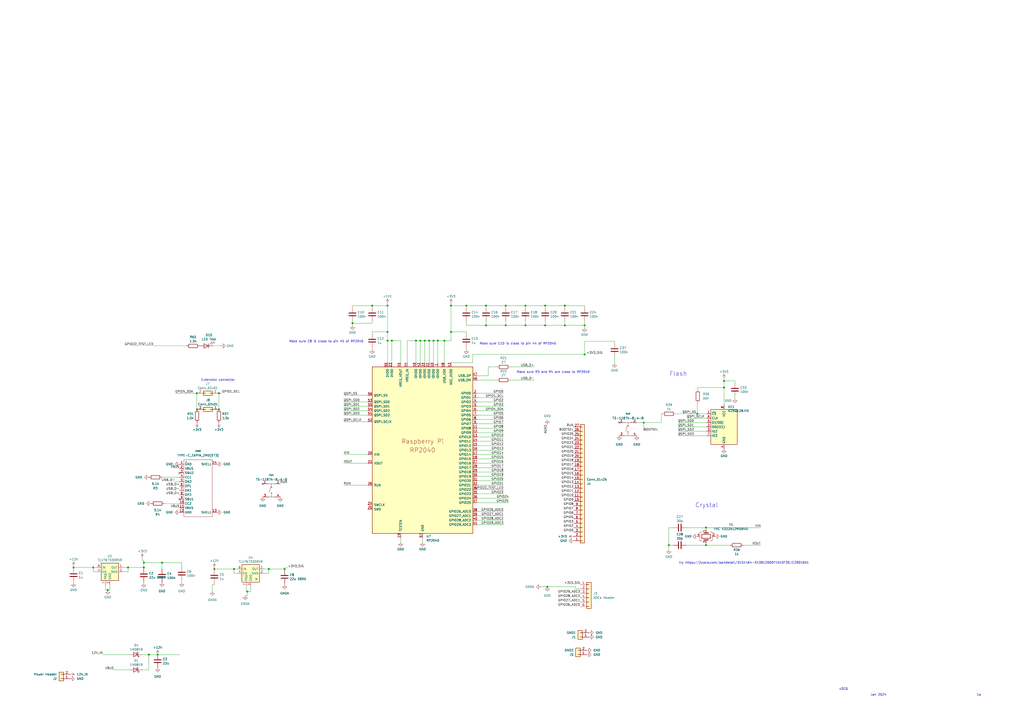
<source format=kicad_sch>
(kicad_sch (version 20231120) (generator "eeschema") (generator_version "8.0")
  (paper "A2")
  (junction (at 339.09 188.722))
  (junction (at 409.575 306.07))
  (junction (at 387.985 316.23))
  (junction (at 419.989 220.98))
  (junction (at 224.79 197.612))
  (junction (at 254 197.612))
  (junction (at 248.92 197.612))
  (junction (at 155.956 330.073))
  (junction (at 293.37 188.722))
  (junction (at 62.484 342.265))
  (junction (at 227.33 197.612))
  (junction (at 317.5 340.36))
  (junction (at 83.439 326.39))
  (junction (at 215.9 177.292))
  (junction (at 93.98 326.39))
  (junction (at 293.37 177.292))
  (junction (at 281.94 188.722))
  (junction (at 224.79 177.292))
  (junction (at 114.3 237.49))
  (junction (at 304.8 177.292))
  (junction (at 114.173 228.092))
  (junction (at 124.333 330.073))
  (junction (at 327.66 188.722))
  (junction (at 409.575 316.23))
  (junction (at 74.295 329.184))
  (junction (at 241.3 197.612))
  (junction (at 316.23 177.292))
  (junction (at 419.989 224.79))
  (junction (at 83.439 329.184))
  (junction (at 270.51 177.292))
  (junction (at 261.62 177.292))
  (junction (at 127 237.49))
  (junction (at 54.102 329.184))
  (junction (at 243.84 197.612))
  (junction (at 135.763 330.073))
  (junction (at 404.495 240.03))
  (junction (at 251.46 197.612))
  (junction (at 281.94 177.292))
  (junction (at 261.62 192.532))
  (junction (at 257.81 197.612))
  (junction (at 316.23 188.722))
  (junction (at 86.36 379.73))
  (junction (at 246.38 197.612))
  (junction (at 373.38 245.11))
  (junction (at 165.1 330.073))
  (junction (at 339.09 205.613))
  (junction (at 42.672 329.184))
  (junction (at 224.79 192.532))
  (junction (at 91.44 379.73))
  (junction (at 143.51 343.154))
  (junction (at 204.47 187.452))
  (junction (at 304.8 188.722))
  (junction (at 327.66 177.292))
  (junction (at 127 228.092))
  (no_connect (at 104.14 274.32))
  (no_connect (at 359.2356 245.11))
  (no_connect (at 148.717 335.915))
  (no_connect (at 104.14 289.56))
  (no_connect (at 152.4 280.67))
  (wire (pts (xy 215.9 178.562) (xy 215.9 177.292)))
  (wire (pts (xy 204.47 178.562) (xy 204.47 177.292)))
  (wire (pts (xy 274.193 210.312) (xy 261.62 210.312)))
  (wire (pts (xy 42.672 329.184) (xy 42.672 329.819)))
  (wire (pts (xy 270.51 177.292) (xy 281.94 177.292)))
  (wire (pts (xy 42.672 337.439) (xy 42.672 338.074)))
  (wire (pts (xy 62.484 342.265) (xy 63.754 342.265)))
  (wire (pts (xy 339.09 188.722) (xy 339.09 189.992)))
  (wire (pts (xy 89.027 200.66) (xy 108.204 200.66)))
  (wire (pts (xy 61.214 339.344) (xy 61.214 342.265)))
  (wire (pts (xy 199.39 238.252) (xy 213.36 238.252)))
  (wire (pts (xy 59.69 379.73) (xy 74.93 379.73)))
  (wire (pts (xy 295.91 220.472) (xy 309.88 220.472)))
  (wire (pts (xy 276.86 258.572) (xy 292.1 258.572)))
  (wire (pts (xy 232.41 210.312) (xy 232.41 197.612)))
  (wire (pts (xy 270.51 193.802) (xy 270.51 192.532)))
  (wire (pts (xy 83.439 329.184) (xy 83.439 329.946)))
  (wire (pts (xy 276.86 243.332) (xy 292.1 243.332)))
  (wire (pts (xy 276.86 253.492) (xy 292.1 253.492)))
  (wire (pts (xy 276.86 230.632) (xy 292.1 230.632)))
  (wire (pts (xy 143.51 343.154) (xy 145.415 343.154)))
  (wire (pts (xy 257.81 210.312) (xy 257.81 197.612)))
  (wire (pts (xy 95.25 292.1) (xy 104.14 292.1)))
  (wire (pts (xy 42.672 329.184) (xy 54.102 329.184)))
  (wire (pts (xy 384.175 240.03) (xy 383.667 240.03)))
  (wire (pts (xy 276.86 276.352) (xy 292.1 276.352)))
  (wire (pts (xy 419.989 224.79) (xy 419.989 234.95)))
  (wire (pts (xy 404.749 224.79) (xy 419.989 224.79)))
  (wire (pts (xy 213.36 281.432) (xy 199.39 281.432)))
  (wire (pts (xy 145.415 343.154) (xy 145.415 340.233)))
  (wire (pts (xy 224.79 176.022) (xy 224.79 177.292)))
  (wire (pts (xy 215.9 177.292) (xy 224.79 177.292)))
  (wire (pts (xy 334.01 341.63) (xy 336.55 341.63)))
  (wire (pts (xy 398.399 242.57) (xy 409.829 242.57)))
  (wire (pts (xy 276.86 304.292) (xy 292.1 304.292)))
  (wire (pts (xy 383.667 240.03) (xy 383.667 245.11)))
  (wire (pts (xy 248.92 197.612) (xy 251.46 197.612)))
  (wire (pts (xy 74.295 329.184) (xy 83.439 329.184)))
  (wire (pts (xy 339.09 205.613) (xy 274.193 205.613)))
  (wire (pts (xy 123.444 200.66) (xy 128.27 200.66)))
  (wire (pts (xy 241.3 210.312) (xy 241.3 197.612)))
  (wire (pts (xy 224.79 197.612) (xy 224.79 210.312)))
  (wire (pts (xy 232.41 197.612) (xy 227.33 197.612)))
  (wire (pts (xy 270.51 186.182) (xy 270.51 188.722)))
  (wire (pts (xy 215.9 193.802) (xy 215.9 192.532)))
  (wire (pts (xy 199.39 233.172) (xy 213.36 233.172)))
  (wire (pts (xy 304.8 178.562) (xy 304.8 177.292)))
  (wire (pts (xy 276.86 271.272) (xy 292.1 271.272)))
  (wire (pts (xy 276.86 238.252) (xy 292.1 238.252)))
  (wire (pts (xy 316.23 178.562) (xy 316.23 177.292)))
  (wire (pts (xy 276.86 245.872) (xy 292.1 245.872)))
  (wire (pts (xy 293.37 188.722) (xy 281.94 188.722)))
  (wire (pts (xy 409.575 316.23) (xy 423.545 316.23)))
  (wire (pts (xy 276.86 263.652) (xy 292.1 263.652)))
  (wire (pts (xy 54.102 331.724) (xy 54.102 329.184)))
  (wire (pts (xy 327.66 186.182) (xy 327.66 188.722)))
  (wire (pts (xy 276.86 250.952) (xy 292.1 250.952)))
  (wire (pts (xy 82.55 325.12) (xy 83.439 325.12)))
  (wire (pts (xy 82.55 379.73) (xy 86.36 379.73)))
  (wire (pts (xy 124.333 330.073) (xy 135.763 330.073)))
  (wire (pts (xy 199.39 235.712) (xy 213.36 235.712)))
  (wire (pts (xy 276.86 261.112) (xy 292.1 261.112)))
  (wire (pts (xy 251.46 210.312) (xy 251.46 197.612)))
  (wire (pts (xy 153.035 330.073) (xy 155.956 330.073)))
  (wire (pts (xy 390.525 306.07) (xy 387.985 306.07)))
  (wire (pts (xy 276.86 286.512) (xy 292.1 286.512)))
  (wire (pts (xy 276.86 291.592) (xy 295.021 291.592)))
  (wire (pts (xy 419.989 219.71) (xy 419.989 220.98)))
  (wire (pts (xy 143.51 345.44) (xy 143.51 343.154)))
  (wire (pts (xy 293.37 178.562) (xy 293.37 177.292)))
  (wire (pts (xy 124.333 339.09) (xy 124.333 338.328)))
  (wire (pts (xy 165.1 329.438) (xy 165.1 330.073)))
  (wire (pts (xy 426.339 222.25) (xy 426.339 220.98)))
  (wire (pts (xy 276.86 281.432) (xy 292.1 281.432)))
  (wire (pts (xy 135.763 332.613) (xy 135.763 330.073)))
  (wire (pts (xy 124.333 330.073) (xy 124.333 330.708)))
  (wire (pts (xy 245.11 311.912) (xy 245.11 314.452)))
  (wire (pts (xy 409.575 314.96) (xy 409.575 316.23)))
  (wire (pts (xy 42.672 328.549) (xy 42.672 329.184)))
  (wire (pts (xy 83.439 326.39) (xy 83.439 329.184)))
  (wire (pts (xy 276.86 278.892) (xy 292.1 278.892)))
  (wire (pts (xy 409.829 252.73) (xy 393.319 252.73)))
  (wire (pts (xy 127 228.092) (xy 126.873 228.092)))
  (wire (pts (xy 243.84 197.612) (xy 246.38 197.612)))
  (wire (pts (xy 82.55 323.85) (xy 82.55 325.12)))
  (wire (pts (xy 261.62 192.532) (xy 261.62 197.612)))
  (wire (pts (xy 339.09 178.562) (xy 339.09 177.292)))
  (wire (pts (xy 254 197.612) (xy 257.81 197.612)))
  (wire (pts (xy 215.9 192.532) (xy 224.79 192.532)))
  (wire (pts (xy 316.23 188.722) (xy 304.8 188.722)))
  (wire (pts (xy 276.86 248.412) (xy 292.1 248.412)))
  (wire (pts (xy 276.86 296.672) (xy 292.1 296.672)))
  (wire (pts (xy 127 228.092) (xy 127 237.49)))
  (wire (pts (xy 327.66 188.722) (xy 316.23 188.722)))
  (wire (pts (xy 83.439 325.12) (xy 83.439 326.39)))
  (wire (pts (xy 142.875 343.154) (xy 143.51 343.154)))
  (wire (pts (xy 409.575 306.07) (xy 441.325 306.07)))
  (wire (pts (xy 246.38 210.312) (xy 246.38 197.612)))
  (wire (pts (xy 155.956 332.613) (xy 155.956 330.073)))
  (wire (pts (xy 251.46 197.612) (xy 254 197.612)))
  (wire (pts (xy 241.3 197.612) (xy 243.84 197.612)))
  (wire (pts (xy 123.19 339.09) (xy 124.333 339.09)))
  (wire (pts (xy 276.86 268.732) (xy 292.1 268.732)))
  (wire (pts (xy 276.86 301.752) (xy 292.1 301.752)))
  (wire (pts (xy 316.23 186.182) (xy 316.23 188.722)))
  (wire (pts (xy 74.295 331.724) (xy 74.295 329.184)))
  (wire (pts (xy 128.778 228.092) (xy 127 228.092)))
  (wire (pts (xy 276.86 220.472) (xy 288.29 220.472)))
  (wire (pts (xy 83.439 337.566) (xy 83.439 338.201)))
  (wire (pts (xy 404.495 240.03) (xy 409.829 240.03)))
  (wire (pts (xy 276.86 289.052) (xy 295.148 289.052)))
  (wire (pts (xy 261.62 177.292) (xy 261.62 192.532)))
  (wire (pts (xy 224.79 192.532) (xy 224.79 197.612)))
  (wire (pts (xy 93.98 326.39) (xy 93.98 330.2)))
  (wire (pts (xy 404.495 233.68) (xy 404.495 240.03)))
  (wire (pts (xy 274.193 205.613) (xy 274.193 210.312)))
  (wire (pts (xy 215.9 187.452) (xy 215.9 186.182)))
  (wire (pts (xy 135.763 330.073) (xy 137.795 330.073)))
  (wire (pts (xy 281.94 188.722) (xy 270.51 188.722)))
  (wire (pts (xy 232.41 311.912) (xy 232.41 314.452)))
  (wire (pts (xy 86.36 379.73) (xy 91.44 379.73)))
  (wire (pts (xy 431.165 316.23) (xy 441.325 316.23)))
  (wire (pts (xy 404.495 233.68) (xy 404.749 233.68)))
  (wire (pts (xy 409.829 245.11) (xy 393.319 245.11)))
  (wire (pts (xy 71.374 329.184) (xy 74.295 329.184)))
  (wire (pts (xy 276.86 299.212) (xy 292.1 299.212)))
  (wire (pts (xy 257.81 197.612) (xy 261.62 197.612)))
  (wire (pts (xy 137.795 332.613) (xy 135.763 332.613)))
  (wire (pts (xy 334.01 340.36) (xy 334.01 341.63)))
  (wire (pts (xy 398.145 306.07) (xy 409.575 306.07)))
  (wire (pts (xy 213.36 244.602) (xy 199.39 244.602)))
  (wire (pts (xy 270.51 201.422) (xy 270.51 202.692)))
  (wire (pts (xy 276.86 256.032) (xy 292.1 256.032)))
  (wire (pts (xy 373.38 245.11) (xy 373.38 250.19)))
  (wire (pts (xy 304.8 186.182) (xy 304.8 188.722)))
  (wire (pts (xy 248.92 210.312) (xy 248.92 197.612)))
  (wire (pts (xy 276.86 273.812) (xy 292.1 273.812)))
  (wire (pts (xy 404.749 226.06) (xy 404.749 224.79)))
  (wire (pts (xy 74.93 388.62) (xy 66.04 388.62)))
  (wire (pts (xy 105.41 326.39) (xy 105.41 328.93)))
  (wire (pts (xy 398.145 316.23) (xy 409.575 316.23)))
  (wire (pts (xy 91.44 379.73) (xy 104.14 379.73)))
  (wire (pts (xy 339.09 205.613) (xy 339.09 197.993)))
  (wire (pts (xy 199.39 263.652) (xy 213.36 263.652)))
  (wire (pts (xy 283.21 212.852) (xy 288.29 212.852)))
  (wire (pts (xy 419.989 220.98) (xy 419.989 224.79)))
  (wire (pts (xy 313.69 340.36) (xy 317.5 340.36)))
  (wire (pts (xy 123.19 339.09) (xy 123.19 342.9)))
  (wire (pts (xy 71.374 331.724) (xy 74.295 331.724)))
  (wire (pts (xy 281.94 178.562) (xy 281.94 177.292)))
  (wire (pts (xy 93.98 276.86) (xy 104.14 276.86)))
  (wire (pts (xy 281.94 186.182) (xy 281.94 188.722)))
  (wire (pts (xy 327.66 178.562) (xy 327.66 177.292)))
  (wire (pts (xy 391.795 240.03) (xy 404.495 240.03)))
  (wire (pts (xy 293.37 177.292) (xy 304.8 177.292)))
  (wire (pts (xy 276.86 283.972) (xy 292.1 283.972)))
  (wire (pts (xy 304.8 177.292) (xy 316.23 177.292)))
  (wire (pts (xy 142.875 340.233) (xy 142.875 343.154)))
  (wire (pts (xy 153.035 332.613) (xy 155.956 332.613)))
  (wire (pts (xy 86.36 388.62) (xy 86.36 379.73)))
  (wire (pts (xy 387.985 306.07) (xy 387.985 316.23)))
  (wire (pts (xy 340.233 205.613) (xy 339.09 205.613)))
  (wire (pts (xy 243.84 210.312) (xy 243.84 197.612)))
  (wire (pts (xy 165.1 338.455) (xy 165.1 339.09)))
  (wire (pts (xy 165.1 329.438) (xy 167.005 329.438)))
  (wire (pts (xy 124.333 329.438) (xy 124.333 330.073)))
  (wire (pts (xy 276.86 235.712) (xy 292.1 235.712)))
  (wire (pts (xy 373.38 245.11) (xy 383.667 245.11)))
  (wire (pts (xy 276.86 228.092) (xy 292.1 228.092)))
  (wire (pts (xy 63.754 342.265) (xy 63.754 339.344)))
  (wire (pts (xy 261.62 192.532) (xy 270.51 192.532)))
  (wire (pts (xy 236.22 210.312) (xy 236.22 197.612)))
  (wire (pts (xy 155.956 330.073) (xy 165.1 330.073)))
  (wire (pts (xy 224.79 177.292) (xy 224.79 192.532)))
  (wire (pts (xy 339.09 197.993) (xy 356.489 197.993)))
  (wire (pts (xy 283.21 212.852) (xy 283.21 217.932)))
  (wire (pts (xy 409.829 250.19) (xy 393.319 250.19)))
  (wire (pts (xy 317.5 340.36) (xy 334.01 340.36)))
  (wire (pts (xy 356.489 206.883) (xy 356.489 210.693)))
  (wire (pts (xy 316.23 177.292) (xy 327.66 177.292)))
  (wire (pts (xy 61.214 342.265) (xy 62.484 342.265)))
  (wire (pts (xy 339.09 186.182) (xy 339.09 188.722)))
  (wire (pts (xy 204.47 186.182) (xy 204.47 187.452)))
  (wire (pts (xy 426.339 220.98) (xy 419.989 220.98)))
  (wire (pts (xy 204.47 187.452) (xy 204.47 188.722)))
  (wire (pts (xy 293.37 186.182) (xy 293.37 188.722)))
  (wire (pts (xy 105.41 337.82) (xy 105.41 336.55)))
  (wire (pts (xy 215.9 201.422) (xy 215.9 202.692)))
  (wire (pts (xy 227.33 210.312) (xy 227.33 197.612)))
  (wire (pts (xy 276.86 266.192) (xy 292.1 266.192)))
  (wire (pts (xy 114.173 228.092) (xy 114.173 237.49)))
  (wire (pts (xy 327.66 188.722) (xy 339.09 188.722)))
  (wire (pts (xy 204.47 177.292) (xy 215.9 177.292)))
  (wire (pts (xy 165.1 330.073) (xy 165.1 330.835)))
  (wire (pts (xy 204.47 187.452) (xy 215.9 187.452)))
  (wire (pts (xy 213.36 229.362) (xy 199.39 229.362)))
  (wire (pts (xy 409.575 307.34) (xy 409.575 306.07)))
  (wire (pts (xy 426.339 229.87) (xy 426.339 231.14)))
  (wire (pts (xy 356.489 199.263) (xy 356.489 197.993)))
  (wire (pts (xy 213.36 268.732) (xy 199.39 268.732)))
  (wire (pts (xy 93.98 326.39) (xy 83.439 326.39)))
  (wire (pts (xy 227.33 197.612) (xy 224.79 197.612)))
  (wire (pts (xy 56.134 331.724) (xy 54.102 331.724)))
  (wire (pts (xy 261.62 176.022) (xy 261.62 177.292)))
  (wire (pts (xy 101.6 279.4) (xy 104.14 279.4)))
  (wire (pts (xy 387.985 316.23) (xy 387.985 318.77)))
  (wire (pts (xy 246.38 197.612) (xy 248.92 197.612)))
  (wire (pts (xy 409.829 247.65) (xy 393.319 247.65)))
  (wire (pts (xy 276.86 217.932) (xy 283.21 217.932)))
  (wire (pts (xy 236.22 197.612) (xy 241.3 197.612)))
  (wire (pts (xy 261.62 177.292) (xy 270.51 177.292)))
  (wire (pts (xy 254 197.612) (xy 254 210.312)))
  (wire (pts (xy 199.39 240.792) (xy 213.36 240.792)))
  (wire (pts (xy 276.86 240.792) (xy 292.1 240.792)))
  (wire (pts (xy 114.173 237.49) (xy 114.3 237.49)))
  (wire (pts (xy 276.86 233.172) (xy 292.1 233.172)))
  (wire (pts (xy 143.51 345.44) (xy 142.24 345.44)))
  (wire (pts (xy 82.55 388.62) (xy 86.36 388.62)))
  (wire (pts (xy 101.6286 228.092) (xy 114.173 228.092)))
  (wire (pts (xy 369.3956 245.11) (xy 373.38 245.11)))
  (wire (pts (xy 281.94 177.292) (xy 293.37 177.292)))
  (wire (pts (xy 390.525 316.23) (xy 387.985 316.23)))
  (wire (pts (xy 93.98 326.39) (xy 105.41 326.39)))
  (wire (pts (xy 327.66 177.292) (xy 339.09 177.292)))
  (wire (pts (xy 54.102 329.184) (xy 56.134 329.184)))
  (wire (pts (xy 295.91 212.852) (xy 309.88 212.852)))
  (wire (pts (xy 304.8 188.722) (xy 293.37 188.722)))
  (wire (pts (xy 270.51 178.562) (xy 270.51 177.292)))
  (text "Crystal" (at 403.225 294.64 0) (effects (font (size 2.54 2.54)) (justify left bottom)))
  (text "Extension connector" (at 116.713 221.234 0) (effects (font (size 1.27 1.27)) (justify left bottom)))
  (text "Make sure R3 and R4 are close to RP2040" (at 299.72 216.662 0) (effects (font (size 1.27 1.27)) (justify left bottom)))
  (text "Flash" (at 388.239 218.44 0) (effects (font (size 2.54 2.54)) (justify left bottom)))
  (text "Make sure C10 is close to pin 44 of RP2040" (at 278.13 200.152 0) (effects (font (size 1.27 1.27)) (justify left bottom)))
  (text "Make sure C8 is close to pin 45 of RP2040" (at 167.64 198.882 0) (effects (font (size 1.27 1.27)) (justify left bottom)))
  (text "try https://jlcpcb.com/partdetail/3151464-SX3B12000F1510F30/C2901651" (at 393.954 327.279 0) (effects (font (size 1.27 1.27)) (justify left bottom)))
  (text "Jan 2024" (at 504.952 403.86 0) (effects (font (size 1.27 1.27)) (justify left bottom)))
  (text "uSEQ" (at 486.791 400.431 0) (effects (font (size 1.27 1.27)) (justify left bottom)))
  (text "1a" (at 566.547 403.86 0) (effects (font (size 1.27 1.27)) (justify left bottom)))
  (label "GPIO1_SCL" (at 292.1 230.632 180))
  (label "GPIO27_ADC1" (at 292.1 299.212 180))
  (label "QSPI_SCLK" (at 199.39 244.602 0))
  (label "GPIO28_ADC2" (at 292.1 301.752 180))
  (label "GPIO9" (at 292.1 250.952 180))
  (label "GPIO8" (at 332.74 293.37 180))
  (label "GPIO22_TEST_LED" (at 89.027 200.66 180))
  (label "GPIO11" (at 292.1 256.032 180))
  (label "GPIO12" (at 332.74 283.21 180))
  (label "RUN" (at 162.56 280.67 0))
  (label "GPIO21" (at 292.1 281.432 180))
  (label "+3V3_SIG" (at 340.233 205.613 0))
  (label "GPIO23" (at 292.1 286.512 180))
  (label "GPIO15" (at 292.1 266.192 180))
  (label "GPIO9" (at 332.74 290.83 180))
  (label "BOOTSEL" (at 373.38 250.19 0))
  (label "GPIO14" (at 292.1 263.652 180))
  (label "QSPI_SD3" (at 393.319 252.73 0))
  (label "XIN" (at 199.39 263.652 0))
  (label "12V_IN" (at 59.69 379.73 180))
  (label "GPIO18" (at 332.74 267.97 180))
  (label "GPIO13" (at 332.74 280.67 180))
  (label "QSPI_SD2" (at 199.39 238.252 0))
  (label "GPIO28_ADC2" (at 336.55 346.71 180))
  (label "GPIO5" (at 292.1 240.792 180))
  (label "GPIO14" (at 332.74 278.13 180))
  (label "GPIO2" (at 332.74 306.07 180))
  (label "GPIO26_ADC0" (at 292.1 296.672 180))
  (label "RUN" (at 199.39 281.432 0))
  (label "GPIO1_SCL" (at 128.778 228.092 0))
  (label "USB_D+" (at 104.14 281.94 180) (property "Netclass" "diif_usb" (effects (hide yes))))
  (label "BOOTSEL" (at 332.74 250.19 180))
  (label "GPIO5" (at 332.74 300.99 180))
  (label "QSPI_SD0" (at 199.39 233.172 0))
  (label "GPIO2" (at 292.1 233.172 180))
  (label "GPIO13" (at 292.1 261.112 180))
  (label "GPIO20" (at 292.1 278.892 180))
  (label "GPIO0" (at 332.74 308.61 180))
  (label "GPIO3" (at 292.1 235.712 180))
  (label "GPIO3" (at 332.74 303.53 180))
  (label "USB_D+" (at 104.14 287.02 180) (property "Netclass" "diif_usb" (effects (hide yes))))
  (label "GPIO29_ADC3" (at 292.1 304.292 180))
  (label "USB_D-" (at 104.14 284.48 180) (property "Netclass" "diif_usb" (effects (hide yes))))
  (label "GPIO21" (at 332.74 260.35 180))
  (label "GPIO22_TEST_LED" (at 292.1 283.972 180))
  (label "GPIO8" (at 292.1 248.412 180))
  (label "GPIO4_SDA" (at 292.1 238.252 180))
  (label "GPIO23" (at 332.74 257.81 180))
  (label "GPIO27_ADC1" (at 336.55 349.25 180))
  (label "QSPI_SCLK" (at 398.399 242.57 0))
  (label "GPIO11" (at 332.74 285.75 180))
  (label "GPIO7" (at 332.74 295.91 180))
  (label "GPIO26_ADC0" (at 336.55 351.79 180))
  (label "GPIO6" (at 292.1 243.332 180))
  (label "XIN" (at 441.325 306.07 180))
  (label "GPIO18" (at 292.1 273.812 180))
  (label "GPIO24" (at 295.148 289.052 180))
  (label "GPIO20" (at 332.74 262.89 180))
  (label "GPIO16" (at 292.1 268.732 180))
  (label "GPIO24" (at 332.74 255.27 180))
  (label "VBUS" (at 104.14 271.78 180))
  (label "QSPI_SD2" (at 393.319 250.19 0))
  (label "AGND" (at 317.5 246.38 270))
  (label "GPIO17" (at 332.74 270.51 180))
  (label "GPIO12" (at 292.1 258.572 180))
  (label "QSPI_SD0" (at 393.319 245.11 0))
  (label "GPIO25" (at 332.74 252.73 180))
  (label "GPIO16" (at 332.74 273.05 180))
  (label "VBUS" (at 104.14 294.64 180))
  (label "GPIO19" (at 332.74 265.43 180))
  (label "GPIO19" (at 292.1 276.352 180))
  (label "GPIO10" (at 292.1 253.492 180))
  (label "+3V3_SIG" (at 167.005 329.438 0))
  (label "QSPI_SD1" (at 393.319 247.65 0))
  (label "GPIO7" (at 292.1 245.872 180))
  (label "GPIO0" (at 292.1 228.092 180))
  (label "GPIO6" (at 332.74 298.45 180))
  (label "GPIO17" (at 292.1 271.272 180))
  (label "GPIO15" (at 332.74 275.59 180))
  (label "QSPI_SD1" (at 199.39 235.712 0))
  (label "GPIO10" (at 332.74 288.29 180))
  (label "+3V3_SIG" (at 336.55 339.09 180))
  (label "USB_D+" (at 309.88 212.852 180))
  (label "QSPI_SS" (at 199.39 229.362 0))
  (label "GPIO29_ADC3" (at 336.55 344.17 180))
  (label "USB_D-" (at 101.6 279.4 180) (property "Netclass" "diif_usb" (effects (hide yes))))
  (label "GPIO25" (at 295.021 291.592 180))
  (label "USB_D-" (at 309.88 220.472 180))
  (label "XOUT" (at 199.39 268.732 0))
  (label "XOUT" (at 441.325 316.23 180))
  (label "GPIO4_SDA" (at 101.6286 228.092 0))
  (label "VBUS" (at 66.04 388.62 180))
  (label "RUN" (at 332.74 247.65 180))
  (label "QSPI_SS" (at 395.859 240.03 0))
  (label "QSPI_SD3" (at 199.39 240.792 0))
  (symbol (lib_name "GND_3") (lib_id "power:GND") (at 86.36 276.86 270) (unit 1)
    (property "Reference" "#PWR018" (effects (hide yes)))
    (property "Value" "GND" (at 82.55 276.8601 90) (effects (justify right)))
    (property "Description" "Power symbol creates a global label with name \"GND\" , ground" (effects (hide yes)))
  )
  (symbol (lib_id "power:GND") (at 232.41 314.452 0) (unit 1)
    (property "Reference" "#PWR042" (effects (hide yes)))
    (property "Value" "GND" (at 232.41 318.5851 0))
  )
  (symbol (lib_name "GND_1") (lib_id "power:GND") (at 40.64 393.7 90) (unit 1)
    (property "Reference" "#PWR02" (effects (hide yes)))
    (property "Value" "GND" (at 44.45 393.7001 90) (effects (justify right)))
    (property "Description" "Power symbol creates a global label with name \"GND\" , ground" (effects (hide yes)))
  )
  (symbol (lib_id "power:+3V3") (at 419.989 219.71 0) (unit 1)
    (property "Reference" "#PWR072" (effects (hide yes)))
    (property "Value" "+3V3" (at 419.989 215.5769 0))
  )
  (symbol (lib_id "Device:C") (at 270.51 197.612 0) (unit 1)
    (property "Reference" "C15" (at 273.431 196.3999 0) (effects (justify left)))
    (property "Value" "1u" (at 273.431 198.8241 0) (effects (justify left)))
    (property "Footprint" "Capacitor_SMD:C_0402_1005Metric" (effects (hide yes)))
  )
  (symbol (lib_name "GND_4") (lib_id "power:GND") (at 152.4 288.29 0) (unit 1)
    (property "Reference" "#PWR015" (effects (hide yes)))
    (property "Value" "GND" (at 152.4 293.37 0))
    (property "Description" "Power symbol creates a global label with name \"GND\" , ground" (effects (hide yes)))
  )
  (symbol (lib_name "GND_5") (lib_id "power:GND") (at 162.56 288.29 0) (unit 1)
    (property "Reference" "#PWR016" (effects (hide yes)))
    (property "Value" "GND" (at 162.56 293.37 0))
    (property "Description" "Power symbol creates a global label with name \"GND\" , ground" (effects (hide yes)))
  )
  (symbol (lib_name "GND_6") (lib_id "power:GND") (at 317.5 340.36 0) (unit 1)
    (property "Reference" "#PWR034" (effects (hide yes)))
    (property "Value" "GND" (at 317.5 345.44 0))
    (property "Description" "Power symbol creates a global label with name \"GND\" , ground" (effects (hide yes)))
  )
  (symbol (lib_id "power:+12V") (at 124.333 329.438 0) (unit 1)
    (property "Reference" "#PWR028" (effects (hide yes)))
    (property "Value" "+12V" (at 124.333 325.3049 0))
  )
  (symbol (lib_id "Device:R") (at 90.17 276.86 270) (unit 1)
    (property "Reference" "R3" (at 90.17 283.21 90))
    (property "Value" "5.1k" (at 90.17 280.67 90))
    (property "Footprint" "Resistor_SMD:R_0402_1005Metric" (effects (hide yes)))
  )
  (symbol (lib_id "Device:C") (at 204.47 182.372 0) (unit 1)
    (property "Reference" "C10" (at 207.391 181.1599 0) (effects (justify left)))
    (property "Value" "100n" (at 207.391 183.5841 0) (effects (justify left)))
    (property "Footprint" "Capacitor_SMD:C_0402_1005Metric" (effects (hide yes)))
  )
  (symbol (lib_id "power:GND") (at 270.51 202.692 0) (unit 1)
    (property "Reference" "#PWR046" (effects (hide yes)))
    (property "Value" "GND" (at 270.51 206.8251 0))
  )
  (symbol (lib_id "Device:C") (at 394.335 316.23 270) (unit 1)
    (property "Reference" "C28" (at 394.335 309.9267 90))
    (property "Value" "30p" (at 394.335 312.3509 90))
    (property "Footprint" "Capacitor_SMD:C_0402_1005Metric" (effects (hide yes)))
  )
  (symbol (lib_id "power:GND") (at 105.41 337.82 0) (unit 1)
    (property "Reference" "#PWR029" (effects (hide yes)))
    (property "Value" "GND" (at 105.41 342.9 0))
  )
  (symbol (lib_id "Connector_Generic:Conn_01x06") (at 341.63 344.17 0) (unit 1)
    (property "Reference" "J3" (at 344.17 344.1699 0) (effects (justify left)))
    (property "Value" "ADCs Header" (at 344.17 346.7099 0) (effects (justify left)))
    (property "Footprint" "Connector_PinHeader_2.54mm:PinHeader_1x06_P2.54mm_Vertical" (effects (hide yes)))
    (property "Description" "Generic connector, single row, 01x06, script generated (kicad-library-utils/schlib/autogen/connector/)" (effects (hide yes)))
  )
  (symbol (lib_id "Connector_Generic:Conn_01x02") (at 336.55 369.57 180) (unit 1)
    (property "Reference" "J1" (at 334.01 369.5701 0) (effects (justify left)))
    (property "Value" "GND1" (at 334.01 367.0301 0) (effects (justify left)))
    (property "Footprint" "Connector_PinHeader_2.54mm:PinHeader_1x02_P2.54mm_Vertical" (effects (hide yes)))
    (property "Description" "Generic connector, single row, 01x02, script generated (kicad-library-utils/schlib/autogen/connector/)" (effects (hide yes)))
  )
  (symbol (lib_id "Device:R") (at 387.985 240.03 270) (unit 1)
    (property "Reference" "R29" (at 387.985 234.8697 90))
    (property "Value" "1k" (at 387.985 237.2939 90))
    (property "Footprint" "Resistor_SMD:R_0402_1005Metric" (effects (hide yes)))
  )
  (symbol (lib_id "Device:C") (at 394.335 306.07 270) (unit 1)
    (property "Reference" "C27" (at 394.335 299.7667 90))
    (property "Value" "30p" (at 394.335 302.1909 90))
    (property "Footprint" "Capacitor_SMD:C_0402_1005Metric" (effects (hide yes)))
  )
  (symbol (lib_id "Device:C") (at 42.672 333.629 0) (unit 1)
    (property "Reference" "C1" (at 45.593 332.4169 0) (effects (justify left)))
    (property "Value" "1u" (at 45.593 334.8411 0) (effects (justify left)))
    (property "Footprint" "Capacitor_SMD:C_0603_1608Metric_Pad1.08x0.95mm_HandSolder" (effects (hide yes)))
  )
  (symbol (lib_id "Memory_Flash:W25Q128JVS") (at 419.989 247.65 0) (unit 1)
    (property "Reference" "U11" (at 422.1831 235.8857 0) (effects (justify left)))
    (property "Value" "W25Q128JVS" (at 422.1831 238.3099 0) (effects (justify left)))
    (property "Footprint" "Package_SO:SOIC-8_5.23x5.23mm_P1.27mm" (effects (hide yes)))
    (property "Datasheet" "http://www.winbond.com/resource-files/w25q128jv_dtr%20revc%2003272018%20plus.pdf" (effects (hide yes)))
  )
  (symbol (lib_id "power:GND") (at 414.655 311.15 90) (unit 1)
    (property "Reference" "#PWR0103" (effects (hide yes)))
    (property "Value" "GND" (at 417.83 311.15 90) (effects (justify right)))
  )
  (symbol (lib_id "Device:C") (at 327.66 182.372 0) (unit 1)
    (property "Reference" "C21" (at 330.581 181.1599 0) (effects (justify left)))
    (property "Value" "100n" (at 330.581 183.5841 0) (effects (justify left)))
    (property "Footprint" "Capacitor_SMD:C_0402_1005Metric" (effects (hide yes)))
  )
  (symbol (lib_name "GND_5") (lib_id "power:GND") (at 369.3956 252.73 0) (unit 1)
    (property "Reference" "#PWR025" (effects (hide yes)))
    (property "Value" "GND" (at 369.3956 257.81 0))
    (property "Description" "Power symbol creates a global label with name \"GND\" , ground" (effects (hide yes)))
  )
  (symbol (lib_name "GND_1") (lib_id "power:GND") (at 341.63 367.03 90) (unit 1)
    (property "Reference" "#PWR09" (effects (hide yes)))
    (property "Value" "GND" (at 345.44 367.0301 90) (effects (justify right)))
    (property "Description" "Power symbol creates a global label with name \"GND\" , ground" (effects (hide yes)))
  )
  (symbol (lib_id "Regulator_Linear:TLV76733DRVx") (at 145.415 332.613 0) (unit 1)
    (property "Reference" "U4" (at 145.415 323.3887 0))
    (property "Value" "TLV76733DRVR" (at 145.415 325.8129 0))
    (property "Footprint" "Package_SON:WSON-6-1EP_2x2mm_P0.65mm_EP1x1.6mm_ThermalVias" (effects (hide yes)))
    (property "Datasheet" "www.ti.com/lit/gpn/TLV767" (effects (hide yes)))
    (property "Link" "https://jlcpcb.com/partdetail/TexasInstruments-TLV76733DRVR/C2848334" (effects (hide yes)))
  )
  (symbol (lib_id "power:GND") (at 215.9 202.692 0) (unit 1)
    (property "Reference" "#PWR039" (effects (hide yes)))
    (property "Value" "GND" (at 215.9 206.8251 0))
  )
  (symbol (lib_id "power:GND") (at 426.339 231.14 0) (unit 1)
    (property "Reference" "#PWR077" (effects (hide yes)))
    (property "Value" "GND" (at 424.4341 232.41 0) (effects (justify right)))
  )
  (symbol (lib_id "Device:C") (at 83.439 333.756 0) (mirror y) (unit 1)
    (property "Reference" "C2" (at 86.36 332.5439 0) (effects (justify right)))
    (property "Value" "22u 0805 " (at 86.36 334.9681 0) (effects (justify right)))
    (property "Footprint" "Capacitor_SMD:C_0805_2012Metric_Pad1.18x1.45mm_HandSolder" (effects (hide yes)))
  )
  (symbol (lib_id "Device:C") (at 93.98 334.01 0) (unit 1)
    (property "Reference" "C4" (at 96.901 332.7979 0) (effects (justify left)))
    (property "Value" "100n" (at 96.901 335.2221 0) (effects (justify left)))
    (property "Footprint" "Capacitor_SMD:C_0402_1005Metric" (effects (hide yes)))
  )
  (symbol (lib_id "Device:C") (at 281.94 182.372 0) (unit 1)
    (property "Reference" "C16" (at 284.861 181.1599 0) (effects (justify left)))
    (property "Value" "100n" (at 284.861 183.5841 0) (effects (justify left)))
    (property "Footprint" "Capacitor_SMD:C_0402_1005Metric" (effects (hide yes)))
  )
  (symbol (lib_id "power:GNDA") (at 313.69 340.36 270) (unit 1)
    (property "Reference" "#PWR033" (effects (hide yes)))
    (property "Value" "GNDA" (at 309.88 340.3599 90) (effects (justify right)))
    (property "Description" "Power symbol creates a global label with name \"GNDA\" , analog ground" (effects (hide yes)))
  )
  (symbol (lib_name "GND_3") (lib_id "power:GND") (at 125.73 269.24 90) (unit 1)
    (property "Reference" "#PWR024" (effects (hide yes)))
    (property "Value" "GND" (at 129.54 269.2399 90) (effects (justify right)))
    (property "Description" "Power symbol creates a global label with name \"GND\" , ground" (effects (hide yes)))
  )
  (symbol (lib_id "power:GND") (at 83.439 338.201 0) (unit 1)
    (property "Reference" "#PWR020" (effects (hide yes)))
    (property "Value" "GND" (at 83.439 342.3341 0))
  )
  (symbol (lib_id "power:+3V3") (at 261.62 176.022 0) (unit 1)
    (property "Reference" "#PWR045" (effects (hide yes)))
    (property "Value" "+3V3" (at 261.62 171.8889 0))
  )
  (symbol (lib_id "power:GND") (at 356.489 210.693 0) (unit 1)
    (property "Reference" "#PWR0104" (effects (hide yes)))
    (property "Value" "GND" (at 356.489 214.8261 0))
  )
  (symbol (lib_id "power:GND") (at 419.989 260.35 0) (unit 1)
    (property "Reference" "#PWR073" (effects (hide yes)))
    (property "Value" "GND" (at 419.989 264.4831 0))
  )
  (symbol (lib_id "Regulator_Linear:TLV76733DRVx") (at 63.754 331.724 0) (unit 1)
    (property "Reference" "U1" (at 63.754 322.4997 0))
    (property "Value" "TLV76733DRVR" (at 63.754 324.9239 0))
    (property "Footprint" "Package_SON:WSON-6-1EP_2x2mm_P0.65mm_EP1x1.6mm_ThermalVias" (effects (hide yes)))
    (property "Datasheet" "www.ti.com/lit/gpn/TLV767" (effects (hide yes)))
    (property "Link" "https://jlcpcb.com/partdetail/TexasInstruments-TLV76733DRVR/C2848334" (effects (hide yes)))
  )
  (symbol (lib_id "power:+3V3") (at 114.3 245.11 180) (unit 1)
    (property "Reference" "#PWR058" (effects (hide yes)))
    (property "Value" "+3V3" (at 114.3 249.2431 0))
  )
  (symbol (lib_id "Connector_Generic:Conn_01x27") (at 337.82 280.67 0) (mirror x) (unit 1)
    (property "Reference" "J4" (at 340.36 280.6701 0) (effects (justify left)))
    (property "Value" "Conn_01x26" (at 340.36 278.1301 0) (effects (justify left)))
    (property "Footprint" "Connector_PinHeader_2.54mm:PinHeader_1x27_P2.54mm_Vertical" (effects (hide yes)))
    (property "Description" "Generic connector, single row, 01x27, script generated (kicad-library-utils/schlib/autogen/connector/)" (effects (hide yes)))
  )
  (symbol (lib_name "GND_4") (lib_id "power:GND") (at 359.2356 252.73 0) (unit 1)
    (property "Reference" "#PWR01" (effects (hide yes)))
    (property "Value" "GND" (at 359.2356 257.81 0))
    (property "Description" "Power symbol creates a global label with name \"GND\" , ground" (effects (hide yes)))
  )
  (symbol (lib_id "Diode:1N5818") (at 78.74 388.62 180) (unit 1)
    (property "Reference" "D1" (at 79.0575 383.2057 0))
    (property "Value" "1N5819" (at 79.0575 385.6299 0))
    (property "Footprint" "Diode_SMD:D_SOD-323" (effects (hide yes)))
    (property "Datasheet" "http://www.vishay.com/docs/88525/1n5817.pdf" (effects (hide yes)))
  )
  (symbol (lib_name "GND_3") (lib_id "power:GND") (at 125.73 297.18 90) (unit 1)
    (property "Reference" "#PWR023" (effects (hide yes)))
    (property "Value" "GND" (at 129.54 297.1799 90) (effects (justify right)))
    (property "Description" "Power symbol creates a global label with name \"GND\" , ground" (effects (hide yes)))
  )
  (symbol (lib_id "power:GND") (at 42.672 338.074 0) (unit 1)
    (property "Reference" "#PWR06" (effects (hide yes)))
    (property "Value" "GND" (at 42.672 342.2071 0))
  )
  (symbol (lib_name "GND_1") (lib_id "power:GND") (at 340.36 377.19 90) (unit 1)
    (property "Reference" "#PWR011" (effects (hide yes)))
    (property "Value" "GND" (at 344.17 377.1901 90) (effects (justify right)))
    (property "Description" "Power symbol creates a global label with name \"GND\" , ground" (effects (hide yes)))
  )
  (symbol (lib_id "Device:C") (at 316.23 182.372 0) (unit 1)
    (property "Reference" "C20" (at 319.151 181.1599 0) (effects (justify left)))
    (property "Value" "100n" (at 319.151 183.5841 0) (effects (justify left)))
    (property "Footprint" "Capacitor_SMD:C_0402_1005Metric" (effects (hide yes)))
  )
  (symbol (lib_name "GND_1") (lib_id "power:GND") (at 317.5 246.38 180) (unit 1)
    (property "Reference" "#PWR08" (effects (hide yes)))
    (property "Value" "GND" (at 317.5 241.3 0))
    (property "Description" "Power symbol creates a global label with name \"GND\" , ground" (effects (hide yes)))
  )
  (symbol (lib_name "GND_1") (lib_id "power:GND") (at 341.63 369.57 90) (unit 1)
    (property "Reference" "#PWR010" (effects (hide yes)))
    (property "Value" "GND" (at 345.44 369.5701 90) (effects (justify right)))
    (property "Description" "Power symbol creates a global label with name \"GND\" , ground" (effects (hide yes)))
  )
  (symbol (lib_id "Device:C") (at 339.09 182.372 0) (unit 1)
    (property "Reference" "C24" (at 342.011 181.1599 0) (effects (justify left)))
    (property "Value" "100n" (at 342.011 183.5841 0) (effects (justify left)))
    (property "Footprint" "Capacitor_SMD:C_0402_1005Metric" (effects (hide yes)))
  )
  (symbol (lib_id "Device:C") (at 105.41 332.74 0) (unit 1)
    (property "Reference" "C6" (at 108.331 331.5279 0) (effects (justify left)))
    (property "Value" "100n" (at 108.331 333.9521 0) (effects (justify left)))
    (property "Footprint" "Capacitor_SMD:C_0402_1005Metric" (effects (hide yes)))
  )
  (symbol (lib_id "Device:C") (at 124.333 334.518 0) (unit 1)
    (property "Reference" "C5" (at 127.254 333.3059 0) (effects (justify left)))
    (property "Value" "1u" (at 127.254 335.7301 0) (effects (justify left)))
    (property "Footprint" "Capacitor_SMD:C_0603_1608Metric_Pad1.08x0.95mm_HandSolder" (effects (hide yes)))
  )
  (symbol (lib_id "power:GND") (at 93.98 337.82 0) (unit 1)
    (property "Reference" "#PWR026" (effects (hide yes)))
    (property "Value" "GND" (at 93.98 342.9 0))
  )
  (symbol (lib_name "GND_3") (lib_id "power:GND") (at 104.14 269.24 270) (unit 1)
    (property "Reference" "#PWR017" (effects (hide yes)))
    (property "Value" "GND" (at 100.33 269.2399 90) (effects (justify right)))
    (property "Description" "Power symbol creates a global label with name \"GND\" , ground" (effects (hide yes)))
  )
  (symbol (lib_id "Device:R") (at 292.1 220.472 270) (unit 1)
    (property "Reference" "R22" (at 292.1 215.3117 90))
    (property "Value" "27" (at 292.1 217.7359 90))
    (property "Footprint" "Capacitor_SMD:C_0402_1005Metric" (effects (hide yes)))
  )
  (symbol (lib_id "emutelab:TS-1187A-B-A-B") (at 364.3156 247.65 0) (unit 1)
    (property "Reference" "SW2" (at 364.3156 240.03 0) (effects (font (size 0.8382 0.8382))))
    (property "Value" "TS-1187A-B-A-B" (at 364.3156 242.57 0))
    (property "Footprint" "emutelab:SW-SMD_4P-L5.1-W5.1-P3.70-LS6.5-TL-2" (effects (hide yes)))
    (property "Datasheet" "https://atta.szlcsc.com/upload/public/pdf/source/20200227/C318890_053E50208A88A7BA1965D8746000774E.pdf" (effects (hide yes)))
    (property "Description" "Circuit:SPST Actuator Style:Round Button Operating Force:160gf Mounting Style:Brick nogging Switch Length:5.1mm Switch Width:5.1mm Switch Height:1.5mm Strike Gundam:不带 Contact Current:50mA Voltage Rating (DC):12V Insulation Resistance:- Actuator/Cap Color" (effects (hide yes)))
    (property "Manufacturer Part" "TS-1187A-B-A-B" (effects (hide yes)))
    (property "Manufacturer" "XKB Connectivity(中国星坤)" (effects (hide yes)))
    (property "Supplier Part" "C318884" (effects (hide yes)))
    (property "Supplier" "LCSC" (effects (hide yes)))
    (property "LCSC Part Name" "5.1*5.1*1.5mm 立贴 轻触开关" (effects (hide yes)))
  )
  (symbol (lib_id "power:+12V") (at 91.44 379.73 0) (unit 1)
    (property "Reference" "#PWR021" (effects (hide yes)))
    (property "Value" "+12V" (at 91.44 375.5969 0))
  )
  (symbol (lib_name "GND_2") (lib_id "power:GND") (at 332.74 313.69 270) (mirror x) (unit 1)
    (property "Reference" "#PWR07" (effects (hide yes)))
    (property "Value" "GND" (at 328.93 313.6901 90) (effects (justify right)))
    (property "Description" "Power symbol creates a global label with name \"GND\" , ground" (effects (hide yes)))
  )
  (symbol (lib_id "Device:LED") (at 119.634 200.66 180) (unit 1)
    (property "Reference" "D15" (at 121.2215 194.3567 0))
    (property "Value" "LED Test" (at 121.2215 196.7809 0))
    (property "Footprint" "LED_SMD:LED_0603_1608Metric" (effects (hide yes)))
  )
  (symbol (lib_id "emutelab:TS-1187A-B-A-B") (at 157.48 283.21 0) (unit 1)
    (property "Reference" "SW1" (at 157.48 275.59 0) (effects (font (size 0.8382 0.8382))))
    (property "Value" "TS-1187A-B-A-B" (at 157.48 278.13 0))
    (property "Footprint" "emutelab:SW-SMD_4P-L5.1-W5.1-P3.70-LS6.5-TL-2" (effects (hide yes)))
    (property "Datasheet" "https://atta.szlcsc.com/upload/public/pdf/source/20200227/C318890_053E50208A88A7BA1965D8746000774E.pdf" (effects (hide yes)))
    (property "Description" "Circuit:SPST Actuator Style:Round Button Operating Force:160gf Mounting Style:Brick nogging Switch Length:5.1mm Switch Width:5.1mm Switch Height:1.5mm Strike Gundam:不带 Contact Current:50mA Voltage Rating (DC):12V Insulation Resistance:- Actuator/Cap Color" (effects (hide yes)))
    (property "Manufacturer Part" "TS-1187A-B-A-B" (effects (hide yes)))
    (property "Manufacturer" "XKB Connectivity(中国星坤)" (effects (hide yes)))
    (property "Supplier Part" "C318884" (effects (hide yes)))
    (property "Supplier" "LCSC" (effects (hide yes)))
    (property "LCSC Part Name" "5.1*5.1*1.5mm 立贴 轻触开关" (effects (hide yes)))
  )
  (symbol (lib_id "power:+3V3") (at 82.55 323.85 0) (mirror y) (unit 1)
    (property "Reference" "#PWR019" (effects (hide yes)))
    (property "Value" "+3V3" (at 82.55 319.7169 0))
  )
  (symbol (lib_id "Device:C") (at 270.51 182.372 0) (unit 1)
    (property "Reference" "C14" (at 273.431 181.1599 0) (effects (justify left)))
    (property "Value" "100n" (at 273.431 183.5841 0) (effects (justify left)))
    (property "Footprint" "Capacitor_SMD:C_0402_1005Metric" (effects (hide yes)))
  )
  (symbol (lib_id "power:GND") (at 245.11 314.452 0) (unit 1)
    (property "Reference" "#PWR043" (effects (hide yes)))
    (property "Value" "GND" (at 245.11 318.5851 0))
  )
  (symbol (lib_id "Device:R") (at 112.014 200.66 90) (unit 1)
    (property "Reference" "R65" (at 112.014 195.4997 90))
    (property "Value" "1.5k" (at 112.014 197.9239 90))
    (property "Footprint" "Resistor_SMD:R_0603_1608Metric" (effects (hide yes)))
  )
  (symbol (lib_id "Device:C") (at 215.9 182.372 0) (unit 1)
    (property "Reference" "C11" (at 218.821 181.1599 0) (effects (justify left)))
    (property "Value" "100n" (at 218.821 183.5841 0) (effects (justify left)))
    (property "Footprint" "Capacitor_SMD:C_0402_1005Metric" (effects (hide yes)))
  )
  (symbol (lib_id "Device:C") (at 165.1 334.645 0) (mirror y) (unit 1)
    (property "Reference" "C8" (at 168.021 333.4329 0) (effects (justify right)))
    (property "Value" "22u 0805 " (at 168.021 335.8571 0) (effects (justify right)))
    (property "Footprint" "Capacitor_SMD:C_0805_2012Metric_Pad1.18x1.45mm_HandSolder" (effects (hide yes)))
  )
  (symbol (lib_id "Connector_Generic:Conn_02x01") (at 121.793 228.092 180) (unit 1)
    (property "Reference" "J7" (at 120.523 222.6777 0))
    (property "Value" "Conn_02x01" (at 120.523 225.1019 0))
    (property "Footprint" "Connector_PinHeader_2.54mm:PinHeader_1x02_P2.54mm_Vertical" (effects (hide yes)))
  )
  (symbol (lib_id "Device:R") (at 91.44 292.1 270) (unit 1)
    (property "Reference" "R4" (at 91.44 298.45 90))
    (property "Value" "5.1k" (at 91.44 295.91 90))
    (property "Footprint" "Resistor_SMD:R_0402_1005Metric" (effects (hide yes)))
  )
  (symbol (lib_id "power:GNDA") (at 142.24 345.44 0) (unit 1)
    (property "Reference" "#PWR031" (effects (hide yes)))
    (property "Value" "GNDA" (at 142.24 350.216 0))
    (property "Description" "Power symbol creates a global label with name \"GNDA\" , analog ground" (effects (hide yes)))
  )
  (symbol (lib_id "power:GNDA") (at 123.19 342.9 0) (unit 1)
    (property "Reference" "#PWR030" (effects (hide yes)))
    (property "Value" "GNDA" (at 123.19 347.98 0))
    (property "Description" "Power symbol creates a global label with name \"GNDA\" , analog ground" (effects (hide yes)))
  )
  (symbol (lib_id "Device:R") (at 292.1 212.852 270) (unit 1)
    (property "Reference" "R21" (at 292.1 207.6917 90))
    (property "Value" "27" (at 292.1 210.1159 90))
    (property "Footprint" "Capacitor_SMD:C_0402_1005Metric" (effects (hide yes)))
  )
  (symbol (lib_id "Device:C") (at 304.8 182.372 0) (unit 1)
    (property "Reference" "C18" (at 307.721 181.1599 0) (effects (justify left)))
    (property "Value" "100n" (at 307.721 183.5841 0) (effects (justify left)))
    (property "Footprint" "Capacitor_SMD:C_0402_1005Metric" (effects (hide yes)))
  )
  (symbol (lib_id "power:GND") (at 62.484 342.265 0) (unit 1)
    (property "Reference" "#PWR013" (effects (hide yes)))
    (property "Value" "GND" (at 62.484 346.3981 0))
  )
  (symbol (lib_id "power:GND") (at 339.09 189.992 0) (unit 1)
    (property "Reference" "#PWR051" (effects (hide yes)))
    (property "Value" "GND" (at 339.09 194.1251 0))
  )
  (symbol (lib_id "Connector_Generic:Conn_01x02") (at 335.28 379.73 180) (unit 1)
    (property "Reference" "J5" (at 332.74 379.7301 0) (effects (justify left)))
    (property "Value" "GND2" (at 332.74 377.1901 0) (effects (justify left)))
    (property "Footprint" "Connector_PinHeader_2.54mm:PinHeader_1x02_P2.54mm_Vertical" (effects (hide yes)))
    (property "Description" "Generic connector, single row, 01x02, script generated (kicad-library-utils/schlib/autogen/connector/)" (effects (hide yes)))
  )
  (symbol (lib_id "power:GND") (at 204.47 188.722 0) (unit 1)
    (property "Reference" "#PWR037" (effects (hide yes)))
    (property "Value" "GND" (at 204.47 192.8551 0))
  )
  (symbol (lib_id "Diode:1N5818") (at 78.74 379.73 180) (unit 1)
    (property "Reference" "D4" (at 79.0575 374.3157 0))
    (property "Value" "1N5819" (at 79.0575 376.7399 0))
    (property "Footprint" "Diode_SMD:D_SOD-323" (effects (hide yes)))
    (property "Datasheet" "http://www.vishay.com/docs/88525/1n5817.pdf" (effects (hide yes)))
  )
  (symbol (lib_id "Connector_Generic:Conn_01x02") (at 35.56 393.7 180) (unit 1)
    (property "Reference" "J2" (at 33.02 393.7001 0) (effects (justify left)))
    (property "Value" "Power Header" (at 33.02 391.1601 0) (effects (justify left)))
    (property "Footprint" "Connector_PinHeader_2.54mm:PinHeader_1x02_P2.54mm_Vertical" (effects (hide yes)))
    (property "Description" "Generic connector, single row, 01x02, script generated (kicad-library-utils/schlib/autogen/connector/)" (effects (hide yes)))
  )
  (symbol (lib_name "GND_3") (lib_id "power:GND") (at 87.63 292.1 270) (unit 1)
    (property "Reference" "#PWR022" (effects (hide yes)))
    (property "Value" "GND" (at 83.82 292.1001 90) (effects (justify right)))
    (property "Description" "Power symbol creates a global label with name \"GND\" , ground" (effects (hide yes)))
  )
  (symbol (lib_id "Device:R") (at 404.749 229.87 0) (unit 1)
    (property "Reference" "R30" (at 407.67 228.5999 0) (effects (justify left)))
    (property "Value" "DNF" (at 407.67 231.1399 0) (effects (justify left)))
    (property "Footprint" "Capacitor_SMD:C_01005_0402Metric" (effects (hide yes)))
  )
  (symbol (lib_name "+12V_1") (lib_id "power:+12V") (at 40.64 391.16 270) (unit 1)
    (property "Reference" "#PWR03" (effects (hide yes)))
    (property "Value" "12V_IN" (at 44.45 391.1599 90) (effects (justify left)))
    (property "Description" "Power symbol creates a global label with name \"+12V\"" (effects (hide yes)))
  )
  (symbol (lib_id "Device:C") (at 293.37 182.372 0) (unit 1)
    (property "Reference" "C17" (at 296.291 181.1599 0) (effects (justify left)))
    (property "Value" "100n" (at 296.291 183.5841 0) (effects (justify left)))
    (property "Footprint" "Capacitor_SMD:C_0402_1005Metric" (effects (hide yes)))
  )
  (symbol (lib_id "Device:R") (at 127 241.3 0) (unit 1)
    (property "Reference" "R37" (at 128.778 240.0879 0) (effects (justify left)))
    (property "Value" "1.5k" (at 128.778 242.5121 0) (effects (justify left)))
    (property "Footprint" "Resistor_SMD:R_0603_1608Metric" (effects (hide yes)))
  )
  (symbol (lib_id "emutelab:TYPE-C_16PIN_2MD(073)") (at 115.57 283.21 0) (unit 1)
    (property "Reference" "USB2" (at 114.935 261.62 0) (effects (font (size 0.8382 0.8382))))
    (property "Value" "TYPE-C_16PIN_2MD(073)" (at 114.935 264.16 0))
    (property "Footprint" "emutelab:USB-C-SMD_TYPE-C-6PIN-2MD-073" (effects (hide yes)))
  )
  (symbol (lib_id "Connector_Generic:Conn_02x01") (at 121.92 237.49 180) (unit 1)
    (property "Reference" "J8" (at 120.65 232.0757 0))
    (property "Value" "Conn_02x01" (at 120.65 234.4999 0))
    (property "Footprint" "Connector_PinHeader_2.54mm:PinHeader_1x02_P2.54mm_Vertical" (effects (hide yes)))
  )
  (symbol (lib_name "GND_3") (lib_id "power:GND") (at 104.14 297.18 270) (unit 1)
    (property "Reference" "#PWR014" (effects (hide yes)))
    (property "Value" "GND" (at 100.33 297.1799 90) (effects (justify right)))
    (property "Description" "Power symbol creates a global label with name \"GND\" , ground" (effects (hide yes)))
  )
  (symbol (lib_name "GND_1") (lib_id "power:GND") (at 340.36 379.73 90) (unit 1)
    (property "Reference" "#PWR012" (effects (hide yes)))
    (property "Value" "GND" (at 344.17 379.7301 90) (effects (justify right)))
    (property "Description" "Power symbol creates a global label with name \"GND\" , ground" (effects (hide yes)))
  )
  (symbol (lib_id "Device:R") (at 114.3 241.3 0) (unit 1)
    (property "Reference" "R31" (at 112.5221 240.0879 0) (effects (justify right)))
    (property "Value" "1.5k" (at 112.5221 242.5121 0) (effects (justify right)))
    (property "Footprint" "Resistor_SMD:R_0603_1608Metric" (effects (hide yes)))
  )
  (symbol (lib_id "power:+1V1") (at 224.79 176.022 0) (unit 1)
    (property "Reference" "#PWR040" (effects (hide yes)))
    (property "Value" "+1V1" (at 224.79 171.8889 0))
  )
  (symbol (lib_id "Device:C") (at 356.489 203.073 0) (unit 1)
    (property "Reference" "C37" (at 359.41 201.8609 0) (effects (justify left)))
    (property "Value" "100n" (at 359.41 204.2851 0) (effects (justify left)))
    (property "Footprint" "Capacitor_SMD:C_0402_1005Metric" (effects (hide yes)))
  )
  (symbol (lib_id "power:GND") (at 91.44 387.35 0) (unit 1)
    (property "Reference" "#PWR027" (effects (hide yes)))
    (property "Value" "GND" (at 91.44 392.43 0))
  )
  (symbol (lib_id "power:GNDA") (at 165.1 339.09 0) (unit 1)
    (property "Reference" "#PWR032" (effects (hide yes)))
    (property "Value" "GNDA" (at 165.1 344.17 0))
    (property "Description" "Power symbol creates a global label with name \"GNDA\" , analog ground" (effects (hide yes)))
  )
  (symbol (lib_id "Device:R") (at 427.355 316.23 270) (unit 1)
    (property "Reference" "R36" (at 427.355 318.9661 90))
    (property "Value" "1k" (at 427.355 321.3903 90))
    (property "Footprint" "Resistor_SMD:R_0603_1608Metric" (effects (hide yes)))
  )
  (symbol (lib_id "power:GND") (at 404.495 311.15 270) (unit 1)
    (property "Reference" "#PWR0102" (effects (hide yes)))
    (property "Value" "GND" (at 401.3201 311.15 90) (effects (justify right)))
  )
  (symbol (lib_id "Device:C") (at 426.339 226.06 0) (unit 1)
    (property "Reference" "C33" (at 429.26 224.8479 0) (effects (justify left)))
    (property "Value" "100n" (at 429.26 227.2721 0) (effects (justify left)))
    (property "Footprint" "Capacitor_SMD:C_0402_1005Metric" (effects (hide yes)))
  )
  (symbol (lib_id "power:+3V3") (at 332.74 311.15 90) (unit 1)
    (property "Reference" "#PWR04" (effects (hide yes)))
    (property "Value" "+3V3" (at 328.93 311.1499 90) (effects (justify left)))
  )
  (symbol (lib_id "MCU_RaspberryPi_RP2040:RP2040") (at 245.11 261.112 0) (unit 1)
    (property "Reference" "U7" (at 247.3041 311.0921 0) (effects (justify left)))
    (property "Value" "RP2040" (at 247.3041 313.5163 0) (effects (justify left)))
    (property "Footprint" "emutelab:RP2040-QFN-56" (effects (hide yes)))
  )
  (symbol (lib_id "Device:Crystal_GND24") (at 409.575 311.15 270) (unit 1)
    (property "Reference" "Y1" (at 424.1096 304.3956 90))
    (property "Value" "YXC X322512MSB4SI" (at 424.1096 306.8198 90))
    (property "Footprint" "Crystal:Crystal_SMD_3225-4Pin_3.2x2.5mm" (effects (hide yes)))
  )
  (symbol (lib_id "power:GND") (at 387.985 318.77 0) (unit 1)
    (property "Reference" "#PWR065" (effects (hide yes)))
    (property "Value" "GND" (at 387.985 322.9031 0))
  )
  (symbol (lib_id "power:+3V3") (at 127 245.11 180) (unit 1)
    (property "Reference" "#PWR074" (effects (hide yes)))
    (property "Value" "+3V3" (at 127 249.2431 0))
  )
  (symbol (lib_id "power:GND") (at 128.27 200.66 90) (unit 1)
    (property "Reference" "#PWR0105" (effects (hide yes)))
    (property "Value" "GND" (at 131.445 200.66 90) (effects (justify right)))
  )
  (symbol (lib_id "Device:C") (at 91.44 383.54 0) (unit 1)
    (property "Reference" "C3" (at 94.361 382.3279 0) (effects (justify left)))
    (property "Value" "22u" (at 94.361 384.7521 0) (effects (justify left)))
    (property "Footprint" "Capacitor_SMD:C_0805_2012Metric" (effects (hide yes)))
  )
  (symbol (lib_id "power:+12V") (at 42.672 328.549 0) (unit 1)
    (property "Reference" "#PWR05" (effects (hide yes)))
    (property "Value" "+12V" (at 42.672 324.4159 0))
  )
  (symbol (lib_id "Device:C") (at 215.9 197.612 0) (unit 1)
    (property "Reference" "C12" (at 218.821 196.3999 0) (effects (justify left)))
    (property "Value" "1u" (at 218.821 198.8241 0) (effects (justify left)))
    (property "Footprint" "Capacitor_SMD:C_0402_1005Metric" (effects (hide yes)))
  )
)
</source>
